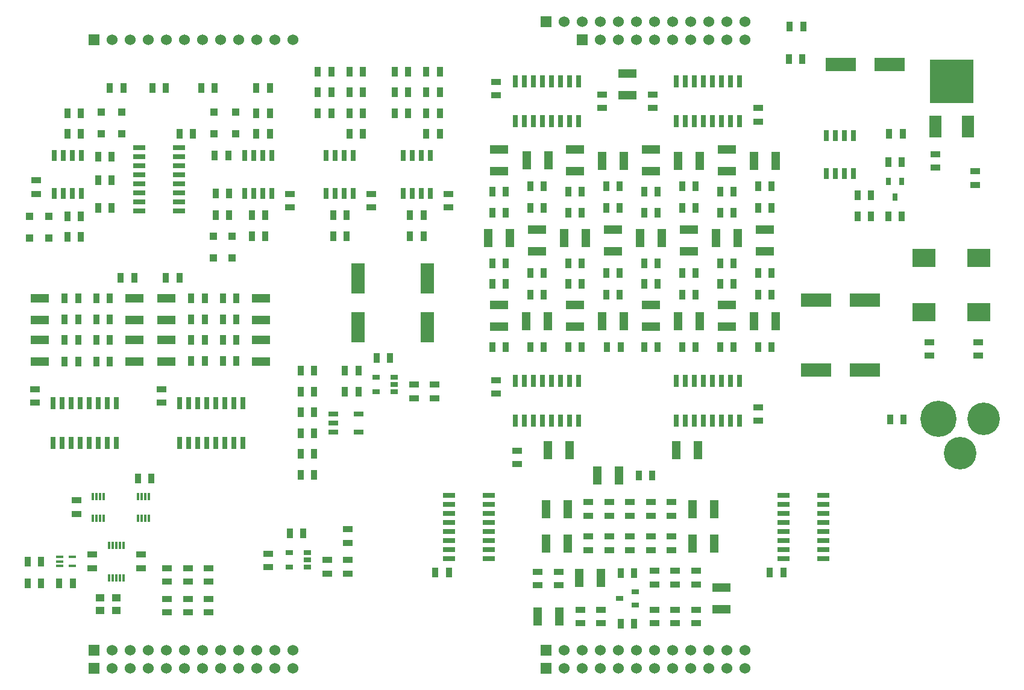
<source format=gts>
G04 (created by PCBNEW (2013-03-19 BZR 4004)-stable) date 8/2/2015 8:33:43 AM*
%MOIN*%
G04 Gerber Fmt 3.4, Leading zero omitted, Abs format*
%FSLAX34Y34*%
G01*
G70*
G90*
G04 APERTURE LIST*
%ADD10C,0.007*%
%ADD11R,0.065X0.12*%
%ADD12R,0.24X0.24*%
%ADD13R,0.0315X0.0394*%
%ADD14R,0.0394X0.0315*%
%ADD15R,0.055X0.03*%
%ADD16R,0.035X0.055*%
%ADD17R,0.055X0.035*%
%ADD18R,0.05X0.1*%
%ADD19R,0.1X0.05*%
%ADD20R,0.07X0.025*%
%ADD21R,0.025X0.07*%
%ADD22R,0.025X0.06*%
%ADD23R,0.04X0.04*%
%ADD24R,0.04X0.03*%
%ADD25R,0.04X0.014*%
%ADD26R,0.012X0.04*%
%ADD27R,0.05X0.04*%
%ADD28R,0.075X0.165*%
%ADD29R,0.165X0.075*%
%ADD30R,0.126X0.1024*%
%ADD31C,0.2*%
%ADD32C,0.18*%
%ADD33R,0.06X0.06*%
%ADD34C,0.06*%
G04 APERTURE END LIST*
G54D10*
G54D11*
X52550Y-7600D03*
G54D12*
X53450Y-5100D03*
G54D11*
X54350Y-7600D03*
G54D13*
X50300Y-11483D03*
X49925Y-10617D03*
X50675Y-10617D03*
G54D14*
X35067Y-33700D03*
X35933Y-33325D03*
X35933Y-34075D03*
G54D15*
X19250Y-24500D03*
X19250Y-23500D03*
X20650Y-24500D03*
X19250Y-24000D03*
X20650Y-23500D03*
G54D16*
X49975Y-8000D03*
X50725Y-8000D03*
X17425Y-21100D03*
X18175Y-21100D03*
G54D17*
X20050Y-31575D03*
X20050Y-32325D03*
G54D16*
X6875Y-19400D03*
X6125Y-19400D03*
X18175Y-25700D03*
X17425Y-25700D03*
G54D17*
X5900Y-31275D03*
X5900Y-32025D03*
G54D16*
X18175Y-24550D03*
X17425Y-24550D03*
G54D17*
X12350Y-34475D03*
X12350Y-33725D03*
G54D16*
X12125Y-20550D03*
X11375Y-20550D03*
X17425Y-23400D03*
X18175Y-23400D03*
X18175Y-26850D03*
X17425Y-26850D03*
G54D17*
X9750Y-22875D03*
X9750Y-22125D03*
G54D16*
X5125Y-20600D03*
X4375Y-20600D03*
X13875Y-19400D03*
X13125Y-19400D03*
X12125Y-19400D03*
X11375Y-19400D03*
X5125Y-19400D03*
X4375Y-19400D03*
X13875Y-20550D03*
X13125Y-20550D03*
X19125Y-4550D03*
X18375Y-4550D03*
G54D17*
X2750Y-22125D03*
X2750Y-22875D03*
G54D16*
X4375Y-18250D03*
X5125Y-18250D03*
X6875Y-18250D03*
X6125Y-18250D03*
X13875Y-18250D03*
X13125Y-18250D03*
X11375Y-18250D03*
X12125Y-18250D03*
X19875Y-22250D03*
X20625Y-22250D03*
X23375Y-4550D03*
X22625Y-4550D03*
X14975Y-8000D03*
X15725Y-8000D03*
X12675Y-5450D03*
X11925Y-5450D03*
X12725Y-12500D03*
X13475Y-12500D03*
X14725Y-13650D03*
X15475Y-13650D03*
X14725Y-12500D03*
X15475Y-12500D03*
X15725Y-5450D03*
X14975Y-5450D03*
X20875Y-6850D03*
X20125Y-6850D03*
X19225Y-12500D03*
X19975Y-12500D03*
X19225Y-13650D03*
X19975Y-13650D03*
G54D17*
X21350Y-11325D03*
X21350Y-12075D03*
G54D16*
X18375Y-6850D03*
X19125Y-6850D03*
X20125Y-8000D03*
X20875Y-8000D03*
X14975Y-6850D03*
X15725Y-6850D03*
X19125Y-5700D03*
X18375Y-5700D03*
X20125Y-5700D03*
X20875Y-5700D03*
X20125Y-4550D03*
X20875Y-4550D03*
X25125Y-6850D03*
X24375Y-6850D03*
X23475Y-12500D03*
X24225Y-12500D03*
X23475Y-13650D03*
X24225Y-13650D03*
G54D17*
X25600Y-11325D03*
X25600Y-12075D03*
G54D16*
X22625Y-6850D03*
X23375Y-6850D03*
X24375Y-8000D03*
X25125Y-8000D03*
X6975Y-10550D03*
X6225Y-10550D03*
X23375Y-5700D03*
X22625Y-5700D03*
X24375Y-5700D03*
X25125Y-5700D03*
X24375Y-4550D03*
X25125Y-4550D03*
G54D17*
X11200Y-32775D03*
X11200Y-32025D03*
X8600Y-32025D03*
X8600Y-31275D03*
X10050Y-34475D03*
X10050Y-33725D03*
X10050Y-32025D03*
X10050Y-32775D03*
X20050Y-30625D03*
X20050Y-29875D03*
G54D16*
X2325Y-32850D03*
X3075Y-32850D03*
G54D17*
X5050Y-29025D03*
X5050Y-28275D03*
G54D16*
X9175Y-27050D03*
X8425Y-27050D03*
X17425Y-22250D03*
X18175Y-22250D03*
X36125Y-26900D03*
X36875Y-26900D03*
X2325Y-31650D03*
X3075Y-31650D03*
X4075Y-32850D03*
X4825Y-32850D03*
G54D17*
X15650Y-31975D03*
X15650Y-31225D03*
X11200Y-33725D03*
X11200Y-34475D03*
X12350Y-32025D03*
X12350Y-32775D03*
X18900Y-32325D03*
X18900Y-31575D03*
G54D16*
X16825Y-30100D03*
X17575Y-30100D03*
X6225Y-12100D03*
X6975Y-12100D03*
X4525Y-13700D03*
X5275Y-13700D03*
X4525Y-12550D03*
X5275Y-12550D03*
X6875Y-5450D03*
X7625Y-5450D03*
X6975Y-9250D03*
X6225Y-9250D03*
X4525Y-6850D03*
X5275Y-6850D03*
X4525Y-8000D03*
X5275Y-8000D03*
X9225Y-5450D03*
X9975Y-5450D03*
X12675Y-9200D03*
X13425Y-9200D03*
X11475Y-8000D03*
X10725Y-8000D03*
G54D17*
X16850Y-11325D03*
X16850Y-12075D03*
G54D16*
X41375Y-16300D03*
X40625Y-16300D03*
X39275Y-15700D03*
X38525Y-15700D03*
X39275Y-16900D03*
X38525Y-16900D03*
X38525Y-12100D03*
X39275Y-12100D03*
X39275Y-19800D03*
X38525Y-19800D03*
X32975Y-11200D03*
X32225Y-11200D03*
X32975Y-15150D03*
X32225Y-15150D03*
X32975Y-16300D03*
X32225Y-16300D03*
X32975Y-12350D03*
X32225Y-12350D03*
X32225Y-19800D03*
X32975Y-19800D03*
X41375Y-11200D03*
X40625Y-11200D03*
X41375Y-15150D03*
X40625Y-15150D03*
X38525Y-10900D03*
X39275Y-10900D03*
X6875Y-20600D03*
X6125Y-20600D03*
X40625Y-19800D03*
X41375Y-19800D03*
X30875Y-10900D03*
X30125Y-10900D03*
X30875Y-15700D03*
X30125Y-15700D03*
X30875Y-16900D03*
X30125Y-16900D03*
X30875Y-12100D03*
X30125Y-12100D03*
X30875Y-19800D03*
X30125Y-19800D03*
X42725Y-10900D03*
X43475Y-10900D03*
X42725Y-15700D03*
X43475Y-15700D03*
X42725Y-16900D03*
X43475Y-16900D03*
X48225Y-11400D03*
X48975Y-11400D03*
G54D17*
X54750Y-10075D03*
X54750Y-10825D03*
G54D16*
X50775Y-23800D03*
X50025Y-23800D03*
G54D17*
X54900Y-19525D03*
X54900Y-20275D03*
X52200Y-20275D03*
X52200Y-19525D03*
G54D16*
X45225Y-2050D03*
X44475Y-2050D03*
X44425Y-3850D03*
X45175Y-3850D03*
X50675Y-9550D03*
X49925Y-9550D03*
X48225Y-12550D03*
X48975Y-12550D03*
X49925Y-12550D03*
X50675Y-12550D03*
X41375Y-12350D03*
X40625Y-12350D03*
X34325Y-10900D03*
X35075Y-10900D03*
X34325Y-15700D03*
X35075Y-15700D03*
X34325Y-16900D03*
X35075Y-16900D03*
X34325Y-12100D03*
X35075Y-12100D03*
G54D17*
X42750Y-6575D03*
X42750Y-7325D03*
X28250Y-5125D03*
X28250Y-5875D03*
X42750Y-23125D03*
X42750Y-23875D03*
X28250Y-22375D03*
X28250Y-21625D03*
G54D16*
X34375Y-19800D03*
X35125Y-19800D03*
G54D17*
X35650Y-29125D03*
X35650Y-28375D03*
X38150Y-32925D03*
X38150Y-32175D03*
X37000Y-32925D03*
X37000Y-32175D03*
X37000Y-34325D03*
X37000Y-35075D03*
X39300Y-35075D03*
X39300Y-34325D03*
X32900Y-35075D03*
X32900Y-34325D03*
X37950Y-28375D03*
X37950Y-29125D03*
X36800Y-29125D03*
X36800Y-28375D03*
G54D16*
X42725Y-12100D03*
X43475Y-12100D03*
G54D17*
X33350Y-28375D03*
X33350Y-29125D03*
X30550Y-32225D03*
X30550Y-32975D03*
X31700Y-32225D03*
X31700Y-32975D03*
X34500Y-29125D03*
X34500Y-28375D03*
X37950Y-30275D03*
X37950Y-31025D03*
X36800Y-31025D03*
X36800Y-30275D03*
X34500Y-31025D03*
X34500Y-30275D03*
X33350Y-30275D03*
X33350Y-31025D03*
X35650Y-31025D03*
X35650Y-30275D03*
X38150Y-35075D03*
X38150Y-34325D03*
X24850Y-21875D03*
X24850Y-22625D03*
X23700Y-22625D03*
X23700Y-21875D03*
G54D16*
X21625Y-20400D03*
X22375Y-20400D03*
X20625Y-21100D03*
X19875Y-21100D03*
G54D17*
X39300Y-32175D03*
X39300Y-32925D03*
G54D16*
X42725Y-19800D03*
X43475Y-19800D03*
X28775Y-11200D03*
X28025Y-11200D03*
X28775Y-15150D03*
X28025Y-15150D03*
X28775Y-16300D03*
X28025Y-16300D03*
X28775Y-12350D03*
X28025Y-12350D03*
X28775Y-19800D03*
X28025Y-19800D03*
X37175Y-11200D03*
X36425Y-11200D03*
X37175Y-15150D03*
X36425Y-15150D03*
X37175Y-16300D03*
X36425Y-16300D03*
X37175Y-12350D03*
X36425Y-12350D03*
X37175Y-19800D03*
X36425Y-19800D03*
X35125Y-32300D03*
X35875Y-32300D03*
G54D17*
X34050Y-34325D03*
X34050Y-35075D03*
X36900Y-6575D03*
X36900Y-5825D03*
X34100Y-6575D03*
X34100Y-5825D03*
G54D16*
X35875Y-35100D03*
X35125Y-35100D03*
X43375Y-32250D03*
X44125Y-32250D03*
X25625Y-32250D03*
X24875Y-32250D03*
G54D17*
X29400Y-25525D03*
X29400Y-26275D03*
G54D16*
X13475Y-11300D03*
X12725Y-11300D03*
G54D17*
X2800Y-11325D03*
X2800Y-10575D03*
G54D16*
X5125Y-17100D03*
X4375Y-17100D03*
X6875Y-17100D03*
X6125Y-17100D03*
X12125Y-17100D03*
X11375Y-17100D03*
X13875Y-17100D03*
X13125Y-17100D03*
X8225Y-15950D03*
X7475Y-15950D03*
X10725Y-15950D03*
X9975Y-15950D03*
G54D17*
X52550Y-9125D03*
X52550Y-9875D03*
G54D18*
X41600Y-13750D03*
X40400Y-13750D03*
X38300Y-9500D03*
X39500Y-9500D03*
G54D19*
X32600Y-8850D03*
X32600Y-10050D03*
X15250Y-18300D03*
X15250Y-17100D03*
X32600Y-17450D03*
X32600Y-18650D03*
G54D18*
X33200Y-13750D03*
X32000Y-13750D03*
X32850Y-32550D03*
X34050Y-32550D03*
G54D19*
X10000Y-18300D03*
X10000Y-17100D03*
X40700Y-33100D03*
X40700Y-34300D03*
G54D18*
X39500Y-18350D03*
X38300Y-18350D03*
G54D19*
X41000Y-17450D03*
X41000Y-18650D03*
X41000Y-8850D03*
X41000Y-10050D03*
G54D18*
X38200Y-25500D03*
X39400Y-25500D03*
G54D19*
X30500Y-13300D03*
X30500Y-14500D03*
G54D18*
X31100Y-18350D03*
X29900Y-18350D03*
X31150Y-9450D03*
X29950Y-9450D03*
G54D19*
X35500Y-4650D03*
X35500Y-5850D03*
X43100Y-13300D03*
X43100Y-14500D03*
G54D18*
X42500Y-18350D03*
X43700Y-18350D03*
G54D19*
X36800Y-8850D03*
X36800Y-10050D03*
G54D18*
X42500Y-9500D03*
X43700Y-9500D03*
X29000Y-13750D03*
X27800Y-13750D03*
G54D19*
X28400Y-17450D03*
X28400Y-18650D03*
X36800Y-17450D03*
X36800Y-18650D03*
X28400Y-8850D03*
X28400Y-10050D03*
G54D18*
X37400Y-13750D03*
X36200Y-13750D03*
X35050Y-26900D03*
X33850Y-26900D03*
G54D19*
X3000Y-20600D03*
X3000Y-19400D03*
G54D18*
X32200Y-30650D03*
X31000Y-30650D03*
X40300Y-30650D03*
X39100Y-30650D03*
G54D19*
X8250Y-20600D03*
X8250Y-19400D03*
X3000Y-18300D03*
X3000Y-17100D03*
X8250Y-18300D03*
X8250Y-17100D03*
G54D18*
X32200Y-28750D03*
X31000Y-28750D03*
X40300Y-28750D03*
X39100Y-28750D03*
G54D19*
X15250Y-20600D03*
X15250Y-19400D03*
X34700Y-13300D03*
X34700Y-14500D03*
G54D18*
X34100Y-18350D03*
X35300Y-18350D03*
X31750Y-34700D03*
X30550Y-34700D03*
X34100Y-9500D03*
X35300Y-9500D03*
G54D19*
X10000Y-20600D03*
X10000Y-19400D03*
G54D18*
X32300Y-25500D03*
X31100Y-25500D03*
G54D19*
X38900Y-13300D03*
X38900Y-14500D03*
G54D20*
X8500Y-8750D03*
X8500Y-9250D03*
X8500Y-9750D03*
X8500Y-10250D03*
X8500Y-10750D03*
X8500Y-11250D03*
X8500Y-11750D03*
X8500Y-12250D03*
X10700Y-12250D03*
X10700Y-11750D03*
X10700Y-11250D03*
X10700Y-10750D03*
X10700Y-10250D03*
X10700Y-9750D03*
X10700Y-9250D03*
X10700Y-8750D03*
G54D21*
X10750Y-25100D03*
X11250Y-25100D03*
X11750Y-25100D03*
X12250Y-25100D03*
X12750Y-25100D03*
X13250Y-25100D03*
X13750Y-25100D03*
X14250Y-25100D03*
X14250Y-22900D03*
X13750Y-22900D03*
X13250Y-22900D03*
X12750Y-22900D03*
X12250Y-22900D03*
X11750Y-22900D03*
X11250Y-22900D03*
X10750Y-22900D03*
X3750Y-25100D03*
X4250Y-25100D03*
X4750Y-25100D03*
X5250Y-25100D03*
X5750Y-25100D03*
X6250Y-25100D03*
X6750Y-25100D03*
X7250Y-25100D03*
X7250Y-22900D03*
X6750Y-22900D03*
X6250Y-22900D03*
X5750Y-22900D03*
X5250Y-22900D03*
X4750Y-22900D03*
X4250Y-22900D03*
X3750Y-22900D03*
G54D20*
X27850Y-31500D03*
X27850Y-31000D03*
X27850Y-30500D03*
X27850Y-30000D03*
X27850Y-29500D03*
X27850Y-29000D03*
X27850Y-28500D03*
X27850Y-28000D03*
X25650Y-28000D03*
X25650Y-28500D03*
X25650Y-29000D03*
X25650Y-29500D03*
X25650Y-30000D03*
X25650Y-30500D03*
X25650Y-31000D03*
X25650Y-31500D03*
X46350Y-31500D03*
X46350Y-31000D03*
X46350Y-30500D03*
X46350Y-30000D03*
X46350Y-29500D03*
X46350Y-29000D03*
X46350Y-28500D03*
X46350Y-28000D03*
X44150Y-28000D03*
X44150Y-28500D03*
X44150Y-29000D03*
X44150Y-29500D03*
X44150Y-30000D03*
X44150Y-30500D03*
X44150Y-31000D03*
X44150Y-31500D03*
G54D21*
X41700Y-21650D03*
X41200Y-21650D03*
X40700Y-21650D03*
X40200Y-21650D03*
X39700Y-21650D03*
X39200Y-21650D03*
X38700Y-21650D03*
X38200Y-21650D03*
X38200Y-23850D03*
X38700Y-23850D03*
X39200Y-23850D03*
X39700Y-23850D03*
X40200Y-23850D03*
X40700Y-23850D03*
X41200Y-23850D03*
X41700Y-23850D03*
X29300Y-23850D03*
X29800Y-23850D03*
X30300Y-23850D03*
X30800Y-23850D03*
X31300Y-23850D03*
X31800Y-23850D03*
X32300Y-23850D03*
X32800Y-23850D03*
X32800Y-21650D03*
X32300Y-21650D03*
X31800Y-21650D03*
X31300Y-21650D03*
X30800Y-21650D03*
X30300Y-21650D03*
X29800Y-21650D03*
X29300Y-21650D03*
X41700Y-5100D03*
X41200Y-5100D03*
X40700Y-5100D03*
X40200Y-5100D03*
X39700Y-5100D03*
X39200Y-5100D03*
X38700Y-5100D03*
X38200Y-5100D03*
X38200Y-7300D03*
X38700Y-7300D03*
X39200Y-7300D03*
X39700Y-7300D03*
X40200Y-7300D03*
X40700Y-7300D03*
X41200Y-7300D03*
X41700Y-7300D03*
X29300Y-7300D03*
X29800Y-7300D03*
X30300Y-7300D03*
X30800Y-7300D03*
X31300Y-7300D03*
X31800Y-7300D03*
X32300Y-7300D03*
X32800Y-7300D03*
X32800Y-5100D03*
X32300Y-5100D03*
X31800Y-5100D03*
X31300Y-5100D03*
X30800Y-5100D03*
X30300Y-5100D03*
X29800Y-5100D03*
X29300Y-5100D03*
G54D22*
X24600Y-11300D03*
X24600Y-9200D03*
X24100Y-11300D03*
X23600Y-11300D03*
X23100Y-11300D03*
X24100Y-9200D03*
X23600Y-9200D03*
X23100Y-9200D03*
X20350Y-11300D03*
X20350Y-9200D03*
X19850Y-11300D03*
X19350Y-11300D03*
X18850Y-11300D03*
X19850Y-9200D03*
X19350Y-9200D03*
X18850Y-9200D03*
X15850Y-11300D03*
X15850Y-9200D03*
X15350Y-11300D03*
X14850Y-11300D03*
X14350Y-11300D03*
X15350Y-9200D03*
X14850Y-9200D03*
X14350Y-9200D03*
X5300Y-11300D03*
X5300Y-9200D03*
X4800Y-11300D03*
X4300Y-11300D03*
X3800Y-11300D03*
X4800Y-9200D03*
X4300Y-9200D03*
X3800Y-9200D03*
X46500Y-8100D03*
X46500Y-10200D03*
X47000Y-8100D03*
X47500Y-8100D03*
X48000Y-8100D03*
X47000Y-10200D03*
X47500Y-10200D03*
X48000Y-10200D03*
G54D23*
X12600Y-14850D03*
X12600Y-13650D03*
X13650Y-13650D03*
X13650Y-14850D03*
X13850Y-6800D03*
X13850Y-8000D03*
X12650Y-8000D03*
X12650Y-6800D03*
X7550Y-8000D03*
X7550Y-6800D03*
X6400Y-6800D03*
X6400Y-8000D03*
X3500Y-13750D03*
X3500Y-12550D03*
X2450Y-12550D03*
X2450Y-13750D03*
G54D24*
X17800Y-31950D03*
X17800Y-31150D03*
X16800Y-31950D03*
X17800Y-31550D03*
X16800Y-31150D03*
X22600Y-22250D03*
X22600Y-21450D03*
X21600Y-22250D03*
X22600Y-21850D03*
X21600Y-21450D03*
G54D25*
X4100Y-31400D03*
X4100Y-31900D03*
X4800Y-31400D03*
X4100Y-31650D03*
X4800Y-31900D03*
G54D26*
X6850Y-32550D03*
X7050Y-32550D03*
X7250Y-32550D03*
X7450Y-32550D03*
X7650Y-32550D03*
X7650Y-30750D03*
X7450Y-30750D03*
X7250Y-30750D03*
X7050Y-30750D03*
X6850Y-30750D03*
G54D27*
X6350Y-34350D03*
X7250Y-34350D03*
X7250Y-33650D03*
X6350Y-33650D03*
G54D28*
X20600Y-18700D03*
X20600Y-16000D03*
G54D29*
X48650Y-21050D03*
X45950Y-21050D03*
X48650Y-17200D03*
X45950Y-17200D03*
X47300Y-4150D03*
X50000Y-4150D03*
G54D28*
X24450Y-18700D03*
X24450Y-16000D03*
G54D30*
X51900Y-17850D03*
X51900Y-14850D03*
X54950Y-14850D03*
X54950Y-17850D03*
G54D31*
X52700Y-23750D03*
G54D32*
X55200Y-23750D03*
X53900Y-25650D03*
G54D33*
X6000Y-2800D03*
G54D34*
X7000Y-2800D03*
X8000Y-2800D03*
X9000Y-2800D03*
X10000Y-2800D03*
X11000Y-2800D03*
X12000Y-2800D03*
X13000Y-2800D03*
X14000Y-2800D03*
X15000Y-2800D03*
X16000Y-2800D03*
X17000Y-2800D03*
G54D33*
X31000Y-37550D03*
G54D34*
X32000Y-37550D03*
X33000Y-37550D03*
X34000Y-37550D03*
X35000Y-37550D03*
X36000Y-37550D03*
X37000Y-37550D03*
X38000Y-37550D03*
X39000Y-37550D03*
X40000Y-37550D03*
X41000Y-37550D03*
X42000Y-37550D03*
G54D33*
X31000Y-36550D03*
G54D34*
X32000Y-36550D03*
X33000Y-36550D03*
X34000Y-36550D03*
X35000Y-36550D03*
X36000Y-36550D03*
X37000Y-36550D03*
X38000Y-36550D03*
X39000Y-36550D03*
X40000Y-36550D03*
X41000Y-36550D03*
X42000Y-36550D03*
G54D33*
X6000Y-37550D03*
G54D34*
X7000Y-37550D03*
X8000Y-37550D03*
X9000Y-37550D03*
X10000Y-37550D03*
X11000Y-37550D03*
X12000Y-37550D03*
X13000Y-37550D03*
X14000Y-37550D03*
X15000Y-37550D03*
X16000Y-37550D03*
X17000Y-37550D03*
G54D33*
X6000Y-36550D03*
G54D34*
X7000Y-36550D03*
X8000Y-36550D03*
X9000Y-36550D03*
X10000Y-36550D03*
X11000Y-36550D03*
X12000Y-36550D03*
X13000Y-36550D03*
X14000Y-36550D03*
X15000Y-36550D03*
X16000Y-36550D03*
X17000Y-36550D03*
G54D33*
X31000Y-1800D03*
G54D34*
X32000Y-1800D03*
X33000Y-1800D03*
X34000Y-1800D03*
X35000Y-1800D03*
X36000Y-1800D03*
X37000Y-1800D03*
X38000Y-1800D03*
X39000Y-1800D03*
X40000Y-1800D03*
X41000Y-1800D03*
X42000Y-1800D03*
G54D33*
X33000Y-2800D03*
G54D34*
X34000Y-2800D03*
X35000Y-2800D03*
X36000Y-2800D03*
X37000Y-2800D03*
X38000Y-2800D03*
X39000Y-2800D03*
X40000Y-2800D03*
X41000Y-2800D03*
X42000Y-2800D03*
G54D26*
X5950Y-29250D03*
X6150Y-29250D03*
X6350Y-29250D03*
X6550Y-29250D03*
X6550Y-28050D03*
X6350Y-28050D03*
X6150Y-28050D03*
X5950Y-28050D03*
X8450Y-29250D03*
X8650Y-29250D03*
X8850Y-29250D03*
X9050Y-29250D03*
X9050Y-28050D03*
X8850Y-28050D03*
X8650Y-28050D03*
X8450Y-28050D03*
M02*

</source>
